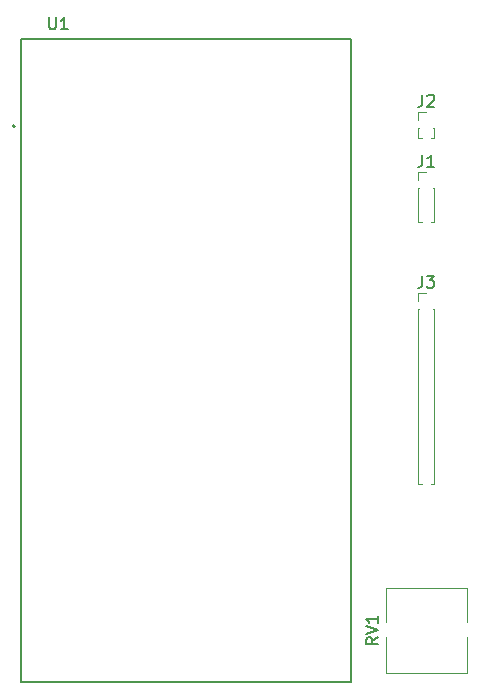
<source format=gbr>
%TF.GenerationSoftware,KiCad,Pcbnew,(6.0.4)*%
%TF.CreationDate,2023-04-09T21:12:41+08:00*%
%TF.ProjectId,KiCad,4b694361-642e-46b6-9963-61645f706362,rev?*%
%TF.SameCoordinates,Original*%
%TF.FileFunction,Legend,Top*%
%TF.FilePolarity,Positive*%
%FSLAX46Y46*%
G04 Gerber Fmt 4.6, Leading zero omitted, Abs format (unit mm)*
G04 Created by KiCad (PCBNEW (6.0.4)) date 2023-04-09 21:12:41*
%MOMM*%
%LPD*%
G01*
G04 APERTURE LIST*
%ADD10C,0.150000*%
%ADD11C,0.120000*%
%ADD12C,0.127000*%
%ADD13C,0.200000*%
G04 APERTURE END LIST*
D10*
%TO.C,J3*%
X164766666Y-76712380D02*
X164766666Y-77426666D01*
X164719047Y-77569523D01*
X164623809Y-77664761D01*
X164480952Y-77712380D01*
X164385714Y-77712380D01*
X165147619Y-76712380D02*
X165766666Y-76712380D01*
X165433333Y-77093333D01*
X165576190Y-77093333D01*
X165671428Y-77140952D01*
X165719047Y-77188571D01*
X165766666Y-77283809D01*
X165766666Y-77521904D01*
X165719047Y-77617142D01*
X165671428Y-77664761D01*
X165576190Y-77712380D01*
X165290476Y-77712380D01*
X165195238Y-77664761D01*
X165147619Y-77617142D01*
%TO.C,RV1*%
X161002380Y-107335238D02*
X160526190Y-107668571D01*
X161002380Y-107906666D02*
X160002380Y-107906666D01*
X160002380Y-107525714D01*
X160050000Y-107430476D01*
X160097619Y-107382857D01*
X160192857Y-107335238D01*
X160335714Y-107335238D01*
X160430952Y-107382857D01*
X160478571Y-107430476D01*
X160526190Y-107525714D01*
X160526190Y-107906666D01*
X160002380Y-107049523D02*
X161002380Y-106716190D01*
X160002380Y-106382857D01*
X161002380Y-105525714D02*
X161002380Y-106097142D01*
X161002380Y-105811428D02*
X160002380Y-105811428D01*
X160145238Y-105906666D01*
X160240476Y-106001904D01*
X160288095Y-106097142D01*
%TO.C,J1*%
X164766666Y-66472380D02*
X164766666Y-67186666D01*
X164719047Y-67329523D01*
X164623809Y-67424761D01*
X164480952Y-67472380D01*
X164385714Y-67472380D01*
X165766666Y-67472380D02*
X165195238Y-67472380D01*
X165480952Y-67472380D02*
X165480952Y-66472380D01*
X165385714Y-66615238D01*
X165290476Y-66710476D01*
X165195238Y-66758095D01*
%TO.C,U1*%
X133188626Y-54826124D02*
X133188626Y-55635960D01*
X133236263Y-55731235D01*
X133283901Y-55778873D01*
X133379175Y-55826510D01*
X133569725Y-55826510D01*
X133665000Y-55778873D01*
X133712637Y-55731235D01*
X133760275Y-55635960D01*
X133760275Y-54826124D01*
X134760661Y-55826510D02*
X134189012Y-55826510D01*
X134474836Y-55826510D02*
X134474836Y-54826124D01*
X134379561Y-54969036D01*
X134284287Y-55064311D01*
X134189012Y-55111949D01*
%TO.C,J2*%
X164766666Y-61392380D02*
X164766666Y-62106666D01*
X164719047Y-62249523D01*
X164623809Y-62344761D01*
X164480952Y-62392380D01*
X164385714Y-62392380D01*
X165195238Y-61487619D02*
X165242857Y-61440000D01*
X165338095Y-61392380D01*
X165576190Y-61392380D01*
X165671428Y-61440000D01*
X165719047Y-61487619D01*
X165766666Y-61582857D01*
X165766666Y-61678095D01*
X165719047Y-61820952D01*
X165147619Y-62392380D01*
X165766666Y-62392380D01*
D11*
%TO.C,J3*%
X165708276Y-79505000D02*
X165795000Y-79505000D01*
X164405000Y-79505000D02*
X164491724Y-79505000D01*
X164405000Y-78135000D02*
X165100000Y-78135000D01*
X165795000Y-79505000D02*
X165795000Y-94380000D01*
X164405000Y-78820000D02*
X164405000Y-78135000D01*
X164405000Y-79505000D02*
X164405000Y-94380000D01*
X164405000Y-94380000D02*
X164705507Y-94380000D01*
X165494493Y-94380000D02*
X165795000Y-94380000D01*
%TO.C,RV1*%
X161680000Y-106030000D02*
X161680000Y-103120000D01*
X161680000Y-110360000D02*
X161680000Y-107330000D01*
X161680000Y-110360000D02*
X168520000Y-110360000D01*
X168520000Y-110360000D02*
X168520000Y-107330000D01*
X161680000Y-103120000D02*
X168520000Y-103120000D01*
X168520000Y-106030000D02*
X168520000Y-103120000D01*
%TO.C,J1*%
X164405000Y-68580000D02*
X164405000Y-67895000D01*
X164405000Y-69265000D02*
X164405000Y-72140000D01*
X164405000Y-69265000D02*
X164491724Y-69265000D01*
X165708276Y-69265000D02*
X165795000Y-69265000D01*
X164405000Y-72140000D02*
X164705507Y-72140000D01*
X165795000Y-69265000D02*
X165795000Y-72140000D01*
X164405000Y-67895000D02*
X165100000Y-67895000D01*
X165494493Y-72140000D02*
X165795000Y-72140000D01*
D12*
%TO.C,U1*%
X130830000Y-111070000D02*
X130830000Y-56670000D01*
X158730000Y-111070000D02*
X130830000Y-111070000D01*
X158730000Y-56670000D02*
X158730000Y-111070000D01*
X130830000Y-56670000D02*
X158730000Y-56670000D01*
D13*
X130280000Y-64060000D02*
G75*
G03*
X130280000Y-64060000I-100000J0D01*
G01*
D11*
%TO.C,J2*%
X164405000Y-65060000D02*
X164705507Y-65060000D01*
X164405000Y-63500000D02*
X164405000Y-62815000D01*
X164405000Y-64185000D02*
X164405000Y-65060000D01*
X165795000Y-64185000D02*
X165795000Y-65060000D01*
X165494493Y-65060000D02*
X165795000Y-65060000D01*
X164405000Y-64185000D02*
X164491724Y-64185000D01*
X165708276Y-64185000D02*
X165795000Y-64185000D01*
X164405000Y-62815000D02*
X165100000Y-62815000D01*
%TD*%
M02*

</source>
